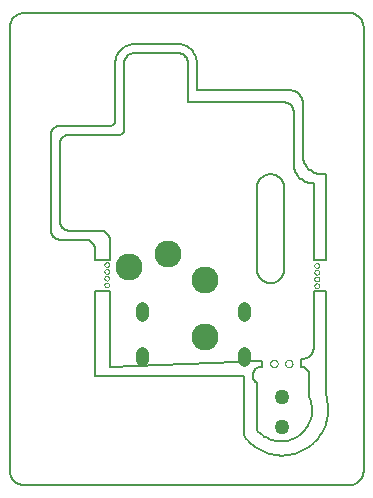
<source format=gbp>
G75*
G70*
%OFA0B0*%
%FSLAX24Y24*%
%IPPOS*%
%LPD*%
%AMOC8*
5,1,8,0,0,1.08239X$1,22.5*
%
%ADD10C,0.0050*%
%ADD11C,0.0000*%
%ADD12C,0.0004*%
%ADD13C,0.0433*%
%ADD14C,0.0900*%
%ADD15C,0.0500*%
D10*
X000500Y001000D02*
X000500Y015750D01*
X000502Y015794D01*
X000508Y015837D01*
X000517Y015879D01*
X000530Y015921D01*
X000547Y015961D01*
X000567Y016000D01*
X000590Y016037D01*
X000617Y016071D01*
X000646Y016104D01*
X000679Y016133D01*
X000713Y016160D01*
X000750Y016183D01*
X000789Y016203D01*
X000829Y016220D01*
X000871Y016233D01*
X000913Y016242D01*
X000956Y016248D01*
X001000Y016250D01*
X011800Y016250D01*
X011844Y016248D01*
X011887Y016242D01*
X011929Y016233D01*
X011971Y016220D01*
X012011Y016203D01*
X012050Y016183D01*
X012087Y016160D01*
X012121Y016133D01*
X012154Y016104D01*
X012183Y016071D01*
X012210Y016037D01*
X012233Y016000D01*
X012253Y015961D01*
X012270Y015921D01*
X012283Y015879D01*
X012292Y015837D01*
X012298Y015794D01*
X012300Y015750D01*
X012300Y001000D01*
X012298Y000956D01*
X012292Y000913D01*
X012283Y000871D01*
X012270Y000829D01*
X012253Y000789D01*
X012233Y000750D01*
X012210Y000713D01*
X012183Y000679D01*
X012154Y000646D01*
X012121Y000617D01*
X012087Y000590D01*
X012050Y000567D01*
X012011Y000547D01*
X011971Y000530D01*
X011929Y000517D01*
X011887Y000508D01*
X011844Y000502D01*
X011800Y000500D01*
X001000Y000500D01*
X000956Y000502D01*
X000913Y000508D01*
X000871Y000517D01*
X000829Y000530D01*
X000789Y000547D01*
X000750Y000567D01*
X000713Y000590D01*
X000679Y000617D01*
X000646Y000646D01*
X000617Y000679D01*
X000590Y000713D01*
X000567Y000750D01*
X000547Y000789D01*
X000530Y000829D01*
X000517Y000871D01*
X000508Y000913D01*
X000502Y000956D01*
X000500Y001000D01*
X003336Y004163D02*
X008300Y004163D01*
X008300Y002187D01*
X008750Y002337D02*
X008750Y003912D01*
X008749Y003912D02*
X008721Y003931D01*
X008695Y003952D01*
X008672Y003976D01*
X008652Y004003D01*
X008635Y004032D01*
X008621Y004063D01*
X008611Y004095D01*
X008605Y004128D01*
X008602Y004161D01*
X008603Y004195D01*
X008608Y004228D01*
X008617Y004260D01*
X008629Y004292D01*
X008645Y004321D01*
X008664Y004349D01*
X008686Y004374D01*
X008710Y004397D01*
X008738Y004417D01*
X008767Y004433D01*
X008798Y004446D01*
X008830Y004456D01*
X008863Y004462D01*
X008896Y004464D01*
X008896Y004463D02*
X008896Y004650D01*
X003836Y004463D01*
X003836Y006988D01*
X003336Y006988D01*
X003336Y004163D01*
X003336Y008022D02*
X003836Y008022D01*
X003836Y008715D01*
X003830Y008748D01*
X003821Y008780D01*
X003808Y008811D01*
X003792Y008840D01*
X003774Y008867D01*
X003752Y008893D01*
X003728Y008916D01*
X003702Y008936D01*
X003674Y008954D01*
X003644Y008968D01*
X003613Y008979D01*
X003581Y008987D01*
X003548Y008992D01*
X003515Y008993D01*
X003482Y008991D01*
X003481Y008991D02*
X002487Y008991D01*
X002454Y008993D01*
X002422Y008998D01*
X002390Y009006D01*
X002359Y009018D01*
X002330Y009033D01*
X002302Y009051D01*
X002276Y009072D01*
X002253Y009095D01*
X002232Y009121D01*
X002214Y009148D01*
X002199Y009178D01*
X002187Y009209D01*
X002179Y009241D01*
X002174Y009273D01*
X002172Y009306D01*
X002172Y011879D01*
X001872Y012179D02*
X001874Y012212D01*
X001879Y012244D01*
X001887Y012276D01*
X001899Y012307D01*
X001914Y012336D01*
X001932Y012364D01*
X001953Y012390D01*
X001976Y012413D01*
X002002Y012434D01*
X002030Y012452D01*
X002059Y012467D01*
X002090Y012479D01*
X002122Y012487D01*
X002154Y012492D01*
X002187Y012494D01*
X003877Y012494D01*
X003901Y012499D01*
X003925Y012508D01*
X003946Y012520D01*
X003966Y012535D01*
X003984Y012552D01*
X003999Y012572D01*
X004010Y012594D01*
X004019Y012617D01*
X004024Y012642D01*
X004026Y012666D01*
X004024Y012691D01*
X004024Y014600D01*
X004324Y014600D02*
X004324Y012391D01*
X004326Y012366D01*
X004324Y012342D01*
X004319Y012317D01*
X004310Y012294D01*
X004299Y012272D01*
X004284Y012252D01*
X004266Y012235D01*
X004246Y012220D01*
X004225Y012208D01*
X004201Y012199D01*
X004177Y012194D01*
X002487Y012194D01*
X002454Y012192D01*
X002422Y012187D01*
X002390Y012179D01*
X002359Y012167D01*
X002330Y012152D01*
X002302Y012134D01*
X002276Y012113D01*
X002253Y012090D01*
X002232Y012064D01*
X002214Y012036D01*
X002199Y012007D01*
X002187Y011976D01*
X002179Y011944D01*
X002174Y011912D01*
X002172Y011879D01*
X001872Y012179D02*
X001872Y009006D01*
X001874Y008973D01*
X001879Y008941D01*
X001887Y008909D01*
X001899Y008878D01*
X001914Y008848D01*
X001932Y008821D01*
X001953Y008795D01*
X001976Y008772D01*
X002002Y008751D01*
X002030Y008733D01*
X002059Y008718D01*
X002090Y008706D01*
X002122Y008698D01*
X002154Y008693D01*
X002187Y008691D01*
X002981Y008691D01*
X002982Y008691D02*
X003015Y008693D01*
X003048Y008692D01*
X003081Y008687D01*
X003113Y008679D01*
X003144Y008668D01*
X003174Y008654D01*
X003202Y008636D01*
X003228Y008616D01*
X003252Y008593D01*
X003274Y008567D01*
X003292Y008540D01*
X003308Y008511D01*
X003321Y008480D01*
X003330Y008448D01*
X003336Y008415D01*
X003336Y008022D01*
X006436Y013273D02*
X006436Y014600D01*
X006736Y014600D02*
X006732Y014650D01*
X006724Y014700D01*
X006712Y014749D01*
X006696Y014796D01*
X006677Y014843D01*
X006654Y014888D01*
X006628Y014930D01*
X006599Y014971D01*
X006566Y015009D01*
X006531Y015045D01*
X006492Y015078D01*
X006452Y015107D01*
X006409Y015133D01*
X006364Y015156D01*
X006318Y015175D01*
X006270Y015191D01*
X006221Y015203D01*
X006171Y015211D01*
X006121Y015215D01*
X006071Y015215D01*
X004689Y015215D01*
X004689Y014915D02*
X006071Y014915D01*
X006107Y014916D01*
X006142Y014913D01*
X006177Y014906D01*
X006211Y014896D01*
X006244Y014882D01*
X006276Y014865D01*
X006305Y014844D01*
X006332Y014821D01*
X006356Y014795D01*
X006378Y014767D01*
X006397Y014736D01*
X006412Y014704D01*
X006423Y014670D01*
X006432Y014635D01*
X006436Y014600D01*
X006736Y014600D02*
X006736Y013673D01*
X009855Y013673D01*
X009655Y013273D02*
X006436Y013273D01*
X004689Y015215D02*
X004641Y015215D01*
X004593Y015211D01*
X004546Y015204D01*
X004499Y015193D01*
X004454Y015179D01*
X004409Y015162D01*
X004366Y015141D01*
X004324Y015117D01*
X004285Y015091D01*
X004247Y015061D01*
X004212Y015028D01*
X004180Y014993D01*
X004150Y014956D01*
X004123Y014916D01*
X004099Y014875D01*
X004078Y014832D01*
X004060Y014787D01*
X004046Y014742D01*
X004035Y014695D01*
X004028Y014648D01*
X004024Y014600D01*
X004324Y014600D02*
X004328Y014635D01*
X004337Y014670D01*
X004348Y014704D01*
X004363Y014736D01*
X004382Y014767D01*
X004404Y014795D01*
X004428Y014821D01*
X004455Y014844D01*
X004484Y014865D01*
X004516Y014882D01*
X004549Y014896D01*
X004583Y014906D01*
X004618Y014913D01*
X004653Y014916D01*
X004689Y014915D01*
X008741Y010413D02*
X008741Y007703D01*
X008743Y007662D01*
X008748Y007622D01*
X008757Y007582D01*
X008770Y007543D01*
X008786Y007506D01*
X008805Y007470D01*
X008828Y007436D01*
X008853Y007404D01*
X008882Y007374D01*
X008912Y007347D01*
X008945Y007323D01*
X008980Y007302D01*
X009017Y007285D01*
X009055Y007270D01*
X009095Y007259D01*
X009135Y007252D01*
X009176Y007248D01*
X009216Y007248D01*
X009257Y007252D01*
X009297Y007259D01*
X009337Y007270D01*
X009375Y007285D01*
X009412Y007302D01*
X009447Y007323D01*
X009480Y007347D01*
X009510Y007374D01*
X009539Y007404D01*
X009564Y007436D01*
X009587Y007470D01*
X009606Y007506D01*
X009622Y007543D01*
X009635Y007582D01*
X009644Y007622D01*
X009649Y007662D01*
X009651Y007703D01*
X009651Y010413D01*
X009649Y010454D01*
X009644Y010494D01*
X009635Y010534D01*
X009622Y010573D01*
X009606Y010610D01*
X009587Y010646D01*
X009564Y010680D01*
X009539Y010712D01*
X009510Y010742D01*
X009480Y010769D01*
X009447Y010793D01*
X009412Y010814D01*
X009375Y010831D01*
X009337Y010846D01*
X009297Y010857D01*
X009257Y010864D01*
X009216Y010868D01*
X009176Y010868D01*
X009135Y010864D01*
X009095Y010857D01*
X009055Y010846D01*
X009017Y010831D01*
X008980Y010814D01*
X008945Y010793D01*
X008912Y010769D01*
X008882Y010742D01*
X008853Y010712D01*
X008828Y010680D01*
X008805Y010646D01*
X008786Y010610D01*
X008770Y010573D01*
X008757Y010534D01*
X008748Y010494D01*
X008743Y010454D01*
X008741Y010413D01*
X009970Y011199D02*
X009970Y012919D01*
X010270Y013218D02*
X010270Y013258D01*
X010266Y013299D01*
X010258Y013338D01*
X010247Y013377D01*
X010233Y013414D01*
X010215Y013450D01*
X010194Y013484D01*
X010169Y013516D01*
X010142Y013546D01*
X010113Y013573D01*
X010080Y013597D01*
X010046Y013618D01*
X010010Y013636D01*
X009973Y013651D01*
X009934Y013662D01*
X009895Y013669D01*
X009855Y013673D01*
X010270Y013219D02*
X010270Y011499D01*
X009970Y011199D02*
X009974Y011151D01*
X009980Y011103D01*
X009991Y011055D01*
X010005Y011009D01*
X010022Y010963D01*
X010043Y010919D01*
X010067Y010877D01*
X010094Y010837D01*
X010124Y010799D01*
X010157Y010763D01*
X010193Y010729D01*
X010230Y010699D01*
X010270Y010671D01*
X010312Y010646D01*
X010356Y010625D01*
X010401Y010607D01*
X010447Y010592D01*
X010495Y010581D01*
X010543Y010574D01*
X010591Y010570D01*
X010640Y010569D01*
X010639Y010569D02*
X010639Y008022D01*
X011039Y008022D01*
X011039Y010869D01*
X010939Y010869D01*
X010940Y010869D02*
X010891Y010870D01*
X010843Y010874D01*
X010795Y010881D01*
X010747Y010892D01*
X010701Y010907D01*
X010656Y010925D01*
X010612Y010946D01*
X010570Y010971D01*
X010530Y010999D01*
X010493Y011029D01*
X010457Y011063D01*
X010424Y011099D01*
X010394Y011137D01*
X010367Y011177D01*
X010343Y011219D01*
X010322Y011263D01*
X010305Y011309D01*
X010291Y011355D01*
X010280Y011403D01*
X010274Y011451D01*
X010270Y011499D01*
X009969Y012918D02*
X009970Y012953D01*
X009966Y012988D01*
X009959Y013023D01*
X009949Y013056D01*
X009934Y013088D01*
X009917Y013119D01*
X009897Y013147D01*
X009873Y013173D01*
X009847Y013197D01*
X009819Y013218D01*
X009789Y013236D01*
X009757Y013250D01*
X009724Y013261D01*
X009690Y013269D01*
X009655Y013272D01*
X010639Y006988D02*
X011039Y006988D01*
X011039Y003511D01*
X010482Y003440D02*
X010482Y004148D01*
X010483Y004181D01*
X010480Y004213D01*
X010474Y004245D01*
X010464Y004276D01*
X010451Y004306D01*
X010434Y004334D01*
X010415Y004360D01*
X010392Y004384D01*
X010367Y004405D01*
X010340Y004423D01*
X010311Y004438D01*
X010281Y004450D01*
X010249Y004458D01*
X010217Y004463D01*
X010217Y004718D01*
X010246Y004718D01*
X010246Y004717D02*
X010285Y004719D01*
X010323Y004725D01*
X010360Y004734D01*
X010397Y004747D01*
X010432Y004764D01*
X010465Y004783D01*
X010496Y004806D01*
X010525Y004832D01*
X010551Y004861D01*
X010574Y004892D01*
X010593Y004925D01*
X010610Y004960D01*
X010623Y004997D01*
X010632Y005034D01*
X010638Y005072D01*
X010640Y005111D01*
X010639Y005111D02*
X010639Y006988D01*
X011039Y003512D02*
X011062Y003438D01*
X011081Y003362D01*
X011095Y003286D01*
X011106Y003209D01*
X011114Y003132D01*
X011117Y003055D01*
X011116Y002977D01*
X011111Y002900D01*
X011103Y002823D01*
X011091Y002746D01*
X011074Y002670D01*
X011054Y002595D01*
X011030Y002522D01*
X011003Y002449D01*
X010972Y002378D01*
X010937Y002309D01*
X010899Y002241D01*
X010857Y002176D01*
X010813Y002112D01*
X010765Y002052D01*
X010714Y001993D01*
X010660Y001937D01*
X010603Y001884D01*
X010544Y001834D01*
X010483Y001787D01*
X010419Y001743D01*
X010353Y001702D01*
X010285Y001665D01*
X010215Y001631D01*
X010143Y001601D01*
X010070Y001575D01*
X009996Y001552D01*
X009921Y001533D01*
X009845Y001518D01*
X009768Y001506D01*
X009691Y001499D01*
X009614Y001495D01*
X009536Y001496D01*
X009459Y001500D01*
X009382Y001508D01*
X009305Y001520D01*
X009229Y001536D01*
X009154Y001556D01*
X009080Y001579D01*
X009008Y001606D01*
X008937Y001637D01*
X008867Y001672D01*
X008799Y001710D01*
X008734Y001751D01*
X008670Y001795D01*
X008609Y001843D01*
X008550Y001893D01*
X008494Y001947D01*
X008441Y002003D01*
X008390Y002062D01*
X008343Y002124D01*
X008299Y002187D01*
X008749Y002337D02*
X008791Y002290D01*
X008836Y002245D01*
X008884Y002204D01*
X008934Y002165D01*
X008987Y002129D01*
X009041Y002097D01*
X009098Y002068D01*
X009156Y002042D01*
X009215Y002020D01*
X009276Y002002D01*
X009338Y001987D01*
X009401Y001977D01*
X009464Y001970D01*
X009527Y001967D01*
X009591Y001968D01*
X009654Y001973D01*
X009717Y001982D01*
X009779Y001994D01*
X009840Y002011D01*
X009900Y002031D01*
X009959Y002054D01*
X010017Y002082D01*
X010072Y002112D01*
X010126Y002146D01*
X010177Y002184D01*
X010226Y002224D01*
X010272Y002267D01*
X010316Y002313D01*
X010357Y002362D01*
X010395Y002413D01*
X010429Y002466D01*
X010460Y002522D01*
X010488Y002579D01*
X010512Y002637D01*
X010533Y002697D01*
X010550Y002759D01*
X010563Y002821D01*
X010572Y002883D01*
X010577Y002947D01*
X010579Y003010D01*
X010577Y003074D01*
X010570Y003137D01*
X010560Y003199D01*
X010546Y003261D01*
X010529Y003322D01*
X010507Y003382D01*
X010482Y003440D01*
D11*
X009680Y004563D02*
X009682Y004585D01*
X009688Y004606D01*
X009697Y004625D01*
X009709Y004643D01*
X009725Y004659D01*
X009742Y004671D01*
X009762Y004680D01*
X009783Y004686D01*
X009805Y004688D01*
X009827Y004686D01*
X009848Y004680D01*
X009867Y004671D01*
X009885Y004659D01*
X009901Y004643D01*
X009913Y004625D01*
X009922Y004606D01*
X009928Y004585D01*
X009930Y004563D01*
X009928Y004541D01*
X009922Y004520D01*
X009913Y004501D01*
X009901Y004483D01*
X009885Y004467D01*
X009868Y004455D01*
X009848Y004446D01*
X009827Y004440D01*
X009805Y004438D01*
X009783Y004440D01*
X009762Y004446D01*
X009742Y004455D01*
X009725Y004467D01*
X009709Y004483D01*
X009697Y004500D01*
X009688Y004520D01*
X009682Y004541D01*
X009680Y004563D01*
X009185Y004563D02*
X009187Y004585D01*
X009193Y004606D01*
X009202Y004625D01*
X009214Y004643D01*
X009230Y004659D01*
X009247Y004671D01*
X009267Y004680D01*
X009288Y004686D01*
X009310Y004688D01*
X009332Y004686D01*
X009353Y004680D01*
X009372Y004671D01*
X009390Y004659D01*
X009406Y004643D01*
X009418Y004625D01*
X009427Y004606D01*
X009433Y004585D01*
X009435Y004563D01*
X009433Y004541D01*
X009427Y004520D01*
X009418Y004501D01*
X009406Y004483D01*
X009390Y004467D01*
X009373Y004455D01*
X009353Y004446D01*
X009332Y004440D01*
X009310Y004438D01*
X009288Y004440D01*
X009267Y004446D01*
X009247Y004455D01*
X009230Y004467D01*
X009214Y004483D01*
X009202Y004500D01*
X009193Y004520D01*
X009187Y004541D01*
X009185Y004563D01*
X010659Y007155D02*
X010661Y007172D01*
X010666Y007189D01*
X010675Y007203D01*
X010687Y007216D01*
X010702Y007226D01*
X010718Y007232D01*
X010735Y007235D01*
X010752Y007234D01*
X010769Y007229D01*
X010784Y007221D01*
X010797Y007210D01*
X010808Y007196D01*
X010815Y007181D01*
X010819Y007164D01*
X010819Y007146D01*
X010815Y007129D01*
X010808Y007114D01*
X010797Y007100D01*
X010784Y007089D01*
X010769Y007081D01*
X010752Y007076D01*
X010735Y007075D01*
X010718Y007078D01*
X010702Y007084D01*
X010687Y007094D01*
X010675Y007107D01*
X010666Y007121D01*
X010661Y007138D01*
X010659Y007155D01*
X010659Y007380D02*
X010661Y007397D01*
X010666Y007414D01*
X010675Y007428D01*
X010687Y007441D01*
X010702Y007451D01*
X010718Y007457D01*
X010735Y007460D01*
X010752Y007459D01*
X010769Y007454D01*
X010784Y007446D01*
X010797Y007435D01*
X010808Y007421D01*
X010815Y007406D01*
X010819Y007389D01*
X010819Y007371D01*
X010815Y007354D01*
X010808Y007339D01*
X010797Y007325D01*
X010784Y007314D01*
X010769Y007306D01*
X010752Y007301D01*
X010735Y007300D01*
X010718Y007303D01*
X010702Y007309D01*
X010687Y007319D01*
X010675Y007332D01*
X010666Y007346D01*
X010661Y007363D01*
X010659Y007380D01*
X010659Y007605D02*
X010661Y007622D01*
X010666Y007639D01*
X010675Y007653D01*
X010687Y007666D01*
X010702Y007676D01*
X010718Y007682D01*
X010735Y007685D01*
X010752Y007684D01*
X010769Y007679D01*
X010784Y007671D01*
X010797Y007660D01*
X010808Y007646D01*
X010815Y007631D01*
X010819Y007614D01*
X010819Y007596D01*
X010815Y007579D01*
X010808Y007564D01*
X010797Y007550D01*
X010784Y007539D01*
X010769Y007531D01*
X010752Y007526D01*
X010735Y007525D01*
X010718Y007528D01*
X010702Y007534D01*
X010687Y007544D01*
X010675Y007557D01*
X010666Y007571D01*
X010661Y007588D01*
X010659Y007605D01*
X010659Y007830D02*
X010661Y007847D01*
X010666Y007864D01*
X010675Y007878D01*
X010687Y007891D01*
X010702Y007901D01*
X010718Y007907D01*
X010735Y007910D01*
X010752Y007909D01*
X010769Y007904D01*
X010784Y007896D01*
X010797Y007885D01*
X010808Y007871D01*
X010815Y007856D01*
X010819Y007839D01*
X010819Y007821D01*
X010815Y007804D01*
X010808Y007789D01*
X010797Y007775D01*
X010784Y007764D01*
X010769Y007756D01*
X010752Y007751D01*
X010735Y007750D01*
X010718Y007753D01*
X010702Y007759D01*
X010687Y007769D01*
X010675Y007782D01*
X010666Y007796D01*
X010661Y007813D01*
X010659Y007830D01*
X003656Y007858D02*
X003658Y007875D01*
X003663Y007892D01*
X003672Y007906D01*
X003684Y007919D01*
X003699Y007929D01*
X003715Y007935D01*
X003732Y007938D01*
X003749Y007937D01*
X003766Y007932D01*
X003781Y007924D01*
X003794Y007913D01*
X003805Y007899D01*
X003812Y007884D01*
X003816Y007867D01*
X003816Y007849D01*
X003812Y007832D01*
X003805Y007817D01*
X003794Y007803D01*
X003781Y007792D01*
X003766Y007784D01*
X003749Y007779D01*
X003732Y007778D01*
X003715Y007781D01*
X003699Y007787D01*
X003684Y007797D01*
X003672Y007810D01*
X003663Y007824D01*
X003658Y007841D01*
X003656Y007858D01*
X003656Y007633D02*
X003658Y007650D01*
X003663Y007667D01*
X003672Y007681D01*
X003684Y007694D01*
X003699Y007704D01*
X003715Y007710D01*
X003732Y007713D01*
X003749Y007712D01*
X003766Y007707D01*
X003781Y007699D01*
X003794Y007688D01*
X003805Y007674D01*
X003812Y007659D01*
X003816Y007642D01*
X003816Y007624D01*
X003812Y007607D01*
X003805Y007592D01*
X003794Y007578D01*
X003781Y007567D01*
X003766Y007559D01*
X003749Y007554D01*
X003732Y007553D01*
X003715Y007556D01*
X003699Y007562D01*
X003684Y007572D01*
X003672Y007585D01*
X003663Y007599D01*
X003658Y007616D01*
X003656Y007633D01*
X003656Y007408D02*
X003658Y007425D01*
X003663Y007442D01*
X003672Y007456D01*
X003684Y007469D01*
X003699Y007479D01*
X003715Y007485D01*
X003732Y007488D01*
X003749Y007487D01*
X003766Y007482D01*
X003781Y007474D01*
X003794Y007463D01*
X003805Y007449D01*
X003812Y007434D01*
X003816Y007417D01*
X003816Y007399D01*
X003812Y007382D01*
X003805Y007367D01*
X003794Y007353D01*
X003781Y007342D01*
X003766Y007334D01*
X003749Y007329D01*
X003732Y007328D01*
X003715Y007331D01*
X003699Y007337D01*
X003684Y007347D01*
X003672Y007360D01*
X003663Y007374D01*
X003658Y007391D01*
X003656Y007408D01*
X003656Y007183D02*
X003658Y007200D01*
X003663Y007217D01*
X003672Y007231D01*
X003684Y007244D01*
X003699Y007254D01*
X003715Y007260D01*
X003732Y007263D01*
X003749Y007262D01*
X003766Y007257D01*
X003781Y007249D01*
X003794Y007238D01*
X003805Y007224D01*
X003812Y007209D01*
X003816Y007192D01*
X003816Y007174D01*
X003812Y007157D01*
X003805Y007142D01*
X003794Y007128D01*
X003781Y007117D01*
X003766Y007109D01*
X003749Y007104D01*
X003732Y007103D01*
X003715Y007106D01*
X003699Y007112D01*
X003684Y007122D01*
X003672Y007135D01*
X003663Y007149D01*
X003658Y007166D01*
X003656Y007183D01*
D12*
X004810Y006417D02*
X004810Y006173D01*
X004812Y006153D01*
X004817Y006134D01*
X004826Y006116D01*
X004838Y006100D01*
X004853Y006087D01*
X004870Y006076D01*
X004888Y006069D01*
X004908Y006065D01*
X004928Y006065D01*
X004948Y006069D01*
X004966Y006076D01*
X004983Y006087D01*
X004998Y006100D01*
X005010Y006116D01*
X005019Y006134D01*
X005024Y006153D01*
X005026Y006173D01*
X005026Y006417D01*
X005024Y006437D01*
X005019Y006456D01*
X005010Y006474D01*
X004998Y006490D01*
X004983Y006503D01*
X004966Y006514D01*
X004948Y006521D01*
X004928Y006525D01*
X004908Y006525D01*
X004888Y006521D01*
X004870Y006514D01*
X004853Y006503D01*
X004838Y006490D01*
X004826Y006474D01*
X004817Y006456D01*
X004812Y006437D01*
X004810Y006417D01*
X004810Y004921D02*
X004810Y004677D01*
X004812Y004657D01*
X004817Y004638D01*
X004826Y004620D01*
X004838Y004604D01*
X004853Y004591D01*
X004870Y004580D01*
X004888Y004573D01*
X004908Y004569D01*
X004928Y004569D01*
X004948Y004573D01*
X004966Y004580D01*
X004983Y004591D01*
X004998Y004604D01*
X005010Y004620D01*
X005019Y004638D01*
X005024Y004657D01*
X005026Y004677D01*
X005026Y004921D01*
X005024Y004941D01*
X005019Y004960D01*
X005010Y004978D01*
X004998Y004994D01*
X004983Y005007D01*
X004966Y005018D01*
X004948Y005025D01*
X004928Y005029D01*
X004908Y005029D01*
X004888Y005025D01*
X004870Y005018D01*
X004853Y005007D01*
X004838Y004994D01*
X004826Y004978D01*
X004817Y004960D01*
X004812Y004941D01*
X004810Y004921D01*
X008211Y004921D02*
X008211Y004677D01*
X008212Y004677D02*
X008214Y004657D01*
X008219Y004638D01*
X008228Y004620D01*
X008240Y004604D01*
X008255Y004591D01*
X008272Y004580D01*
X008290Y004573D01*
X008310Y004569D01*
X008330Y004569D01*
X008350Y004573D01*
X008368Y004580D01*
X008385Y004591D01*
X008400Y004604D01*
X008412Y004620D01*
X008421Y004638D01*
X008426Y004657D01*
X008428Y004677D01*
X008428Y004921D01*
X008426Y004941D01*
X008421Y004960D01*
X008412Y004978D01*
X008400Y004994D01*
X008385Y005007D01*
X008368Y005018D01*
X008350Y005025D01*
X008330Y005029D01*
X008310Y005029D01*
X008290Y005025D01*
X008272Y005018D01*
X008255Y005007D01*
X008240Y004994D01*
X008228Y004978D01*
X008219Y004960D01*
X008214Y004941D01*
X008212Y004921D01*
X008211Y006173D02*
X008211Y006417D01*
X008212Y006417D02*
X008214Y006437D01*
X008219Y006456D01*
X008228Y006474D01*
X008240Y006490D01*
X008255Y006503D01*
X008272Y006514D01*
X008290Y006521D01*
X008310Y006525D01*
X008330Y006525D01*
X008350Y006521D01*
X008368Y006514D01*
X008385Y006503D01*
X008400Y006490D01*
X008412Y006474D01*
X008421Y006456D01*
X008426Y006437D01*
X008428Y006417D01*
X008428Y006173D01*
X008426Y006153D01*
X008421Y006134D01*
X008412Y006116D01*
X008400Y006100D01*
X008385Y006087D01*
X008368Y006076D01*
X008350Y006069D01*
X008330Y006065D01*
X008310Y006065D01*
X008290Y006069D01*
X008272Y006076D01*
X008255Y006087D01*
X008240Y006100D01*
X008228Y006116D01*
X008219Y006134D01*
X008214Y006153D01*
X008212Y006173D01*
D13*
X008320Y006175D02*
X008320Y006175D01*
X008320Y006411D01*
X008320Y006411D01*
X008320Y006175D01*
X008320Y004679D02*
X008320Y004679D01*
X008320Y004915D01*
X008320Y004915D01*
X008320Y004679D01*
X004918Y004679D02*
X004918Y004679D01*
X004918Y004915D01*
X004918Y004915D01*
X004918Y004679D01*
X004918Y006175D02*
X004918Y006175D01*
X004918Y006411D01*
X004918Y006411D01*
X004918Y006175D01*
D14*
X004480Y007793D03*
X005780Y008213D03*
X007010Y007333D03*
X007010Y005433D03*
D15*
X009570Y003463D03*
X009570Y002463D03*
M02*

</source>
